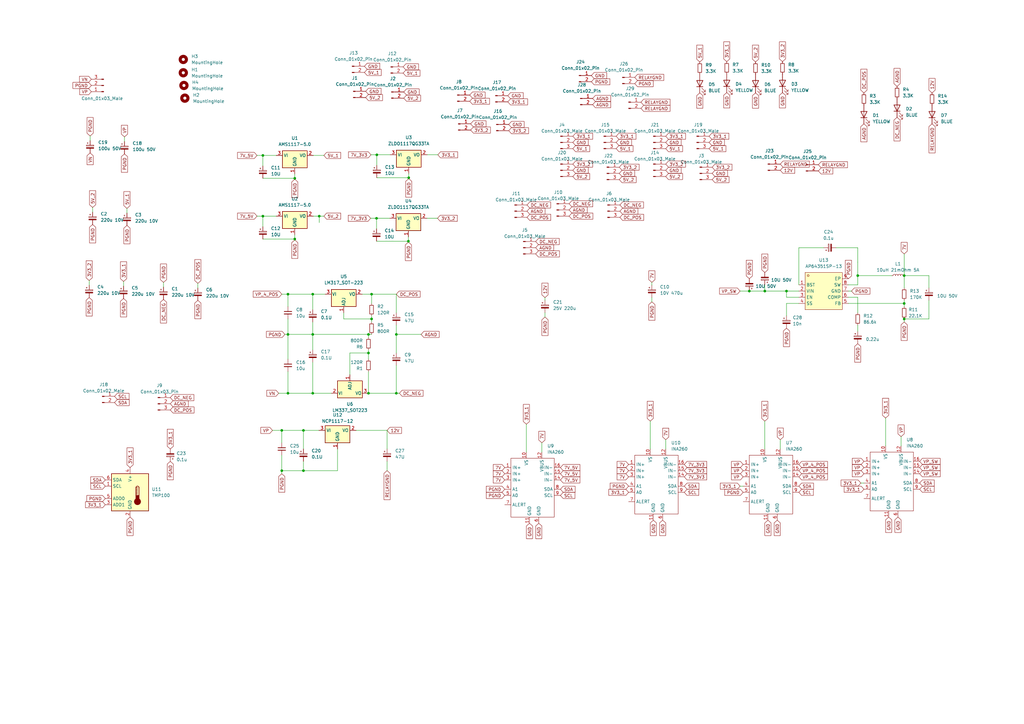
<source format=kicad_sch>
(kicad_sch (version 20231120) (generator "eeschema") (generator_version "8.0")
  (paper "A3")
  (junction (at 313.69 119.38))
  (junction (at 370.84 130.81))
  (junction (at 118.11 161.29))
  (junction (at 152.4 130.81))
  (junction (at 370.84 113.03))
  (junction (at 151.13 144.78))
  (junction (at 154.559 63.5))
  (junction (at 115.57 176.53))
  (junction (at 152.4 120.65))
  (junction (at 370.84 124.46))
  (junction (at 130.937 88.646))
  (junction (at 151.13 137.16))
  (junction (at 128.27 120.65))
  (junction (at 154.432 89.535))
  (junction (at 351.79 113.03))
  (junction (at 162.56 137.16))
  (junction (at 167.513 98.933))
  (junction (at 128.27 161.29))
  (junction (at 124.46 176.53))
  (junction (at 107.823 88.646))
  (junction (at 167.64 72.898))
  (junction (at 118.11 120.65))
  (junction (at 151.13 161.29))
  (junction (at 162.56 161.29))
  (junction (at 322.58 119.38))
  (junction (at 115.57 193.04))
  (junction (at 128.27 137.16))
  (junction (at 307.34 119.38))
  (junction (at 124.46 193.04))
  (junction (at 120.904 98.044))
  (junction (at 118.11 137.16))
  (junction (at 120.904 73.152))
  (junction (at 107.823 63.754))
  (wire (pts (xy 107.823 88.646) (xy 113.284 88.646)))
  (wire (pts (xy 175.133 89.535) (xy 179.451 89.535)))
  (wire (pts (xy 130.937 88.646) (xy 128.524 88.646)))
  (wire (pts (xy 322.58 119.38) (xy 327.66 119.38)))
  (wire (pts (xy 124.46 176.53) (xy 130.81 176.53)))
  (wire (pts (xy 118.11 137.16) (xy 128.27 137.16)))
  (wire (pts (xy 347.98 116.84) (xy 351.79 116.84)))
  (wire (pts (xy 118.11 147.32) (xy 118.11 137.16)))
  (wire (pts (xy 36.576 115.062) (xy 36.576 116.967)))
  (wire (pts (xy 124.46 184.15) (xy 124.46 176.53)))
  (wire (pts (xy 152.4 130.81) (xy 152.4 132.08)))
  (wire (pts (xy 152.4 129.54) (xy 152.4 130.81)))
  (wire (pts (xy 118.11 161.29) (xy 128.27 161.29)))
  (wire (pts (xy 351.8216 107.5565) (xy 351.8216 101.6)))
  (wire (pts (xy 167.513 99.314) (xy 167.513 98.933)))
  (wire (pts (xy 370.84 132.08) (xy 370.84 130.81)))
  (wire (pts (xy 120.904 73.533) (xy 120.904 73.152)))
  (wire (pts (xy 138.43 184.15) (xy 138.43 193.04)))
  (wire (pts (xy 146.05 176.53) (xy 158.75 176.53)))
  (wire (pts (xy 351.79 113.03) (xy 365.76 113.03)))
  (wire (pts (xy 351.79 133.35) (xy 351.79 135.89)))
  (wire (pts (xy 167.513 98.933) (xy 167.513 97.155)))
  (wire (pts (xy 107.823 63.754) (xy 113.284 63.754)))
  (wire (pts (xy 36.957 55.753) (xy 36.957 57.658)))
  (wire (pts (xy 37.973 85.09) (xy 37.973 86.995)))
  (wire (pts (xy 115.57 193.04) (xy 124.46 193.04)))
  (wire (pts (xy 158.75 189.23) (xy 158.75 193.04)))
  (wire (pts (xy 313.69 119.38) (xy 322.58 119.38)))
  (wire (pts (xy 154.432 98.933) (xy 167.513 98.933)))
  (wire (pts (xy 107.823 98.044) (xy 120.904 98.044)))
  (wire (pts (xy 175.26 63.5) (xy 179.578 63.5)))
  (wire (pts (xy 162.56 161.29) (xy 163.83 161.29)))
  (wire (pts (xy 120.904 73.152) (xy 120.904 71.374)))
  (wire (pts (xy 154.559 72.898) (xy 167.64 72.898)))
  (wire (pts (xy 347.98 124.46) (xy 370.84 124.46)))
  (wire (pts (xy 67.056 115.824) (xy 67.056 117.729)))
  (wire (pts (xy 111.76 176.53) (xy 115.57 176.53)))
  (wire (pts (xy 162.56 161.29) (xy 162.56 149.86)))
  (wire (pts (xy 351.79 107.5565) (xy 351.8216 107.5565)))
  (wire (pts (xy 120.904 98.044) (xy 120.904 96.266)))
  (wire (pts (xy 151.13 152.4) (xy 151.13 161.29)))
  (wire (pts (xy 152.019 89.535) (xy 154.432 89.535)))
  (wire (pts (xy 267.3655 115.8059) (xy 267.3655 116.9489)))
  (wire (pts (xy 116.84 137.16) (xy 118.11 137.16)))
  (wire (pts (xy 154.559 63.5) (xy 160.02 63.5)))
  (wire (pts (xy 128.27 161.29) (xy 135.89 161.29)))
  (wire (pts (xy 162.56 128.27) (xy 162.56 120.65)))
  (wire (pts (xy 215.9 173.99) (xy 215.9 185.42)))
  (wire (pts (xy 266.7 172.72) (xy 266.7 184.15)))
  (wire (pts (xy 140.97 128.27) (xy 140.97 130.81)))
  (wire (pts (xy 128.27 120.65) (xy 133.35 120.65)))
  (wire (pts (xy 118.11 152.4) (xy 118.11 161.29)))
  (wire (pts (xy 369.57 179.07) (xy 369.57 182.88)))
  (wire (pts (xy 118.11 130.81) (xy 118.11 137.16)))
  (wire (pts (xy 322.58 129.54) (xy 322.58 124.46)))
  (wire (pts (xy 143.51 144.78) (xy 151.13 144.78)))
  (wire (pts (xy 107.823 68.072) (xy 107.823 63.754)))
  (wire (pts (xy 128.27 127) (xy 128.27 120.65)))
  (wire (pts (xy 353.06 198.12) (xy 354.33 198.12)))
  (wire (pts (xy 162.56 133.35) (xy 162.56 137.16)))
  (wire (pts (xy 132.842 88.646) (xy 130.937 88.646)))
  (wire (pts (xy 347.98 119.38) (xy 349.25 119.38)))
  (wire (pts (xy 143.51 153.67) (xy 143.51 144.78)))
  (wire (pts (xy 128.27 137.16) (xy 128.27 132.08)))
  (wire (pts (xy 158.75 184.15) (xy 158.75 176.53)))
  (wire (pts (xy 152.4 120.65) (xy 152.4 124.46)))
  (wire (pts (xy 81.153 116.205) (xy 81.153 118.11)))
  (wire (pts (xy 327.66 101.6) (xy 337.82 101.6)))
  (wire (pts (xy 107.823 92.964) (xy 107.823 88.646)))
  (wire (pts (xy 105.41 88.646) (xy 107.823 88.646)))
  (wire (pts (xy 128.27 148.59) (xy 128.27 161.29)))
  (wire (pts (xy 152.4 120.65) (xy 162.56 120.65)))
  (wire (pts (xy 50.673 115.443) (xy 50.673 117.348)))
  (wire (pts (xy 370.84 125.73) (xy 370.84 124.46)))
  (wire (pts (xy 115.57 176.53) (xy 124.46 176.53)))
  (wire (pts (xy 151.13 147.32) (xy 151.13 144.78)))
  (wire (pts (xy 370.84 104.14) (xy 370.84 113.03)))
  (wire (pts (xy 370.84 113.03) (xy 370.84 118.11)))
  (wire (pts (xy 322.58 124.46) (xy 327.66 124.46)))
  (wire (pts (xy 307.34 119.38) (xy 313.69 119.38)))
  (wire (pts (xy 222.25 181.61) (xy 222.25 185.42)))
  (wire (pts (xy 151.13 161.29) (xy 162.56 161.29)))
  (wire (pts (xy 327.66 121.92) (xy 322.58 121.92)))
  (wire (pts (xy 154.432 93.853) (xy 154.432 89.535)))
  (wire (pts (xy 303.53 199.39) (xy 304.8 199.39)))
  (wire (pts (xy 320.04 180.34) (xy 320.04 184.15)))
  (wire (pts (xy 347.98 121.92) (xy 351.79 121.92)))
  (wire (pts (xy 151.13 144.78) (xy 151.13 143.51)))
  (wire (pts (xy 115.57 120.65) (xy 118.11 120.65)))
  (wire (pts (xy 381 130.81) (xy 370.84 130.81)))
  (wire (pts (xy 148.59 120.65) (xy 152.4 120.65)))
  (wire (pts (xy 273.05 180.34) (xy 273.05 184.15)))
  (wire (pts (xy 370.84 124.46) (xy 370.84 123.19)))
  (wire (pts (xy 115.57 181.61) (xy 115.57 176.53)))
  (wire (pts (xy 223.52 130.048) (xy 223.52 128.27)))
  (wire (pts (xy 124.46 193.04) (xy 124.46 189.23)))
  (wire (pts (xy 107.823 73.152) (xy 120.904 73.152)))
  (wire (pts (xy 363.22 171.45) (xy 363.22 182.88)))
  (wire (pts (xy 351.79 116.84) (xy 351.79 113.03)))
  (wire (pts (xy 105.41 63.754) (xy 107.823 63.754)))
  (wire (pts (xy 162.56 144.78) (xy 162.56 137.16)))
  (wire (pts (xy 327.66 101.6) (xy 327.66 116.84)))
  (wire (pts (xy 267.3655 123.8069) (xy 267.3655 122.0289)))
  (wire (pts (xy 124.46 193.04) (xy 138.43 193.04)))
  (wire (pts (xy 118.11 125.73) (xy 118.11 120.65)))
  (wire (pts (xy 223.52 122.047) (xy 223.52 123.19)))
  (wire (pts (xy 351.8216 101.6) (xy 342.9 101.6)))
  (wire (pts (xy 118.11 120.65) (xy 128.27 120.65)))
  (wire (pts (xy 151.13 137.16) (xy 152.4 137.16)))
  (wire (pts (xy 322.58 119.38) (xy 322.58 121.92)))
  (wire (pts (xy 140.97 130.81) (xy 152.4 130.81)))
  (wire (pts (xy 152.146 63.5) (xy 154.559 63.5)))
  (wire (pts (xy 351.79 121.92) (xy 351.79 128.27)))
  (wire (pts (xy 120.904 98.425) (xy 120.904 98.044)))
  (wire (pts (xy 167.64 73.279) (xy 167.64 72.898)))
  (wire (pts (xy 154.559 67.818) (xy 154.559 63.5)))
  (wire (pts (xy 351.79 113.03) (xy 351.79 107.5565)))
  (wire (pts (xy 381 113.03) (xy 381 118.11)))
  (wire (pts (xy 128.524 63.754) (xy 132.842 63.754)))
  (wire (pts (xy 303.53 119.38) (xy 307.34 119.38)))
  (wire (pts (xy 151.13 137.16) (xy 151.13 138.43)))
  (wire (pts (xy 115.57 193.04) (xy 115.57 194.31)))
  (wire (pts (xy 313.69 172.72) (xy 313.69 184.15)))
  (wire (pts (xy 130.937 91.313) (xy 130.937 88.646)))
  (wire (pts (xy 115.57 186.69) (xy 115.57 193.04)))
  (wire (pts (xy 128.27 143.51) (xy 128.27 137.16)))
  (wire (pts (xy 51.054 56.134) (xy 51.054 58.039)))
  (wire (pts (xy 167.64 72.898) (xy 167.64 71.12)))
  (wire (pts (xy 128.27 137.16) (xy 151.13 137.16)))
  (wire (pts (xy 114.3 161.29) (xy 118.11 161.29)))
  (wire (pts (xy 313.69 116.84) (xy 313.69 119.38)))
  (wire (pts (xy 381 123.19) (xy 381 130.81)))
  (wire (pts (xy 370.84 113.03) (xy 381 113.03)))
  (wire (pts (xy 172.72 137.16) (xy 162.56 137.16)))
  (wire (pts (xy 52.07 85.471) (xy 52.07 87.376)))
  (wire (pts (xy 154.432 89.535) (xy 159.893 89.535)))
  (global_label "3V3_1" (shape input) (at 353.06 198.12 180) (property "Intersheetrefs" "${INTERSHEET_REFS}" (effects (hide yes))))
  (global_label "5V_2" (shape input) (at 273.05 72.39 0) (property "Intersheetrefs" "${INTERSHEET_REFS}" (effects (hide yes))))
  (global_label "PGND" (shape input) (at 207.01 203.2 180) (property "Intersheetrefs" "${INTERSHEET_REFS}" (effects (hide yes))))
  (global_label "GND" (shape input) (at 298.069 37.973 270) (property "Intersheetrefs" "${INTERSHEET_REFS}" (effects (hide yes))))
  (global_label "GND" (shape input) (at 273.05 58.42 0) (property "Intersheetrefs" "${INTERSHEET_REFS}" (effects (hide yes))))
  (global_label "VP" (shape input) (at 354.33 189.23 180) (property "Intersheetrefs" "${INTERSHEET_REFS}" (effects (hide yes))))
  (global_label "7V_5V" (shape input) (at 105.41 63.754 180) (property "Intersheetrefs" "${INTERSHEET_REFS}" (effects (hide yes))))
  (global_label "SDA" (shape input) (at 280.67 199.39 0) (property "Intersheetrefs" "${INTERSHEET_REFS}" (effects (hide yes))))
  (global_label "SCL" (shape input) (at 46.99 162.56 0) (property "Intersheetrefs" "${INTERSHEET_REFS}" (effects (hide yes))))
  (global_label "DC_NEG" (shape input) (at 254.254 84.074 0) (property "Intersheetrefs" "${INTERSHEET_REFS}" (effects (hide yes))))
  (global_label "AGND" (shape input) (at 233.426 86.106 0) (property "Intersheetrefs" "${INTERSHEET_REFS}" (effects (hide yes))))
  (global_label "GND" (shape input) (at 242.57 30.988 0) (property "Intersheetrefs" "${INTERSHEET_REFS}" (effects (hide yes))))
  (global_label "5V_2" (shape input) (at 165.608 40.259 0) (property "Intersheetrefs" "${INTERSHEET_REFS}" (effects (hide yes))))
  (global_label "GND" (shape input) (at 273.05 69.85 0) (property "Intersheetrefs" "${INTERSHEET_REFS}" (effects (hide yes))))
  (global_label "SDA" (shape input) (at 377.19 198.12 0) (property "Intersheetrefs" "${INTERSHEET_REFS}" (effects (hide yes))))
  (global_label "PGND" (shape input) (at 36.576 122.047 270) (property "Intersheetrefs" "${INTERSHEET_REFS}" (effects (hide yes))))
  (global_label "VP" (shape input) (at 37.465 37.592 180) (property "Intersheetrefs" "${INTERSHEET_REFS}" (effects (hide yes))))
  (global_label "GND" (shape input) (at 165.608 37.719 0) (property "Intersheetrefs" "${INTERSHEET_REFS}" (effects (hide yes))))
  (global_label "DC_NEG" (shape input) (at 219.71 99.06 0) (property "Intersheetrefs" "${INTERSHEET_REFS}" (effects (hide yes))))
  (global_label "3V3_2" (shape input) (at 234.95 67.31 0) (property "Intersheetrefs" "${INTERSHEET_REFS}" (effects (hide yes))))
  (global_label "VN" (shape input) (at 114.3 161.29 180) (property "Intersheetrefs" "${INTERSHEET_REFS}" (effects (hide yes))))
  (global_label "GND" (shape input) (at 252.73 58.42 0) (property "Intersheetrefs" "${INTERSHEET_REFS}" (effects (hide yes))))
  (global_label "VP_SW" (shape input) (at 377.19 194.31 0) (property "Intersheetrefs" "${INTERSHEET_REFS}" (effects (hide yes))))
  (global_label "GND" (shape input) (at 165.354 27.432 0) (property "Intersheetrefs" "${INTERSHEET_REFS}" (effects (hide yes))))
  (global_label "3V3_1" (shape input) (at 234.95 55.88 0) (property "Intersheetrefs" "${INTERSHEET_REFS}" (effects (hide yes))))
  (global_label "3V3_2" (shape input) (at 193.04 53.34 0) (property "Intersheetrefs" "${INTERSHEET_REFS}" (effects (hide yes))))
  (global_label "RELAYGND" (shape input) (at 382.27 50.8 270) (property "Intersheetrefs" "${INTERSHEET_REFS}" (effects (hide yes))))
  (global_label "GND" (shape input) (at 271.78 213.36 270) (property "Intersheetrefs" "${INTERSHEET_REFS}" (effects (hide yes))))
  (global_label "3V3_2" (shape input) (at 254 68.58 0) (property "Intersheetrefs" "${INTERSHEET_REFS}" (effects (hide yes))))
  (global_label "GND" (shape input) (at 318.77 213.36 270) (property "Intersheetrefs" "${INTERSHEET_REFS}" (effects (hide yes))))
  (global_label "7V_5V" (shape input) (at 229.87 191.77 0) (property "Intersheetrefs" "${INTERSHEET_REFS}" (effects (hide yes))))
  (global_label "VP_4_POS" (shape input) (at 115.57 120.65 180) (property "Intersheetrefs" "${INTERSHEET_REFS}" (effects (hide yes))))
  (global_label "AGND" (shape input) (at 219.71 101.6 0) (property "Intersheetrefs" "${INTERSHEET_REFS}" (effects (hide yes))))
  (global_label "PGND" (shape input) (at 167.64 73.279 270) (property "Intersheetrefs" "${INTERSHEET_REFS}" (effects (hide yes))))
  (global_label "PGND" (shape input) (at 50.673 122.428 270) (property "Intersheetrefs" "${INTERSHEET_REFS}" (effects (hide yes))))
  (global_label "PGND" (shape input) (at 69.85 189.23 270) (property "Intersheetrefs" "${INTERSHEET_REFS}" (effects (hide yes))))
  (global_label "3V3_2" (shape input) (at 36.576 115.062 90) (property "Intersheetrefs" "${INTERSHEET_REFS}" (effects (hide yes))))
  (global_label "AGND" (shape input) (at 172.72 137.16 0) (property "Intersheetrefs" "${INTERSHEET_REFS}" (effects (hide yes))))
  (global_label "SDA" (shape input) (at 327.66 199.39 0) (property "Intersheetrefs" "${INTERSHEET_REFS}" (effects (hide yes))))
  (global_label "5V_1" (shape input) (at 165.354 29.972 0) (property "Intersheetrefs" "${INTERSHEET_REFS}" (effects (hide yes))))
  (global_label "RELAYGND" (shape input) (at 320.04 67.31 0) (property "Intersheetrefs" "${INTERSHEET_REFS}" (effects (hide yes))))
  (global_label "VP" (shape input) (at 320.04 180.34 90) (property "Intersheetrefs" "${INTERSHEET_REFS}" (effects (hide yes))))
  (global_label "GND" (shape input) (at 314.96 213.36 270) (property "Intersheetrefs" "${INTERSHEET_REFS}" (effects (hide yes))))
  (global_label "DC_NEG" (shape input) (at 233.426 83.566 0) (property "Intersheetrefs" "${INTERSHEET_REFS}" (effects (hide yes))))
  (global_label "GND" (shape input) (at 192.659 38.989 0) (property "Intersheetrefs" "${INTERSHEET_REFS}" (effects (hide yes))))
  (global_label "RELAYGND" (shape input) (at 262.89 44.45 0) (property "Intersheetrefs" "${INTERSHEET_REFS}" (effects (hide yes))))
  (global_label "3V3_1" (shape input) (at 257.81 201.93 180) (property "Intersheetrefs" "${INTERSHEET_REFS}" (effects (hide yes))))
  (global_label "7V" (shape input) (at 273.05 180.34 90) (property "Intersheetrefs" "${INTERSHEET_REFS}" (effects (hide yes))))
  (global_label "3V3_1" (shape input) (at 298.069 25.273 90) (property "Intersheetrefs" "${INTERSHEET_REFS}" (effects (hide yes))))
  (global_label "5V_2" (shape input) (at 254 73.66 0) (property "Intersheetrefs" "${INTERSHEET_REFS}" (effects (hide yes))))
  (global_label "SDA" (shape input) (at 229.87 200.66 0) (property "Intersheetrefs" "${INTERSHEET_REFS}" (effects (hide yes))))
  (global_label "5V_1" (shape input) (at 252.73 60.96 0) (property "Intersheetrefs" "${INTERSHEET_REFS}" (effects (hide yes))))
  (global_label "GND" (shape input) (at 234.95 58.42 0) (property "Intersheetrefs" "${INTERSHEET_REFS}" (effects (hide yes))))
  (global_label "PGND" (shape input) (at 313.69 111.76 90) (property "Intersheetrefs" "${INTERSHEET_REFS}" (effects (hide yes))))
  (global_label "SDA" (shape input) (at 43.18 196.85 180) (property "Intersheetrefs" "${INTERSHEET_REFS}" (effects (hide yes))))
  (global_label "AGND" (shape input) (at 243.078 42.926 0) (property "Intersheetrefs" "${INTERSHEET_REFS}" (effects (hide yes))))
  (global_label "AGND" (shape input) (at 243.078 40.386 0) (property "Intersheetrefs" "${INTERSHEET_REFS}" (effects (hide yes))))
  (global_label "GND" (shape input) (at 368.3 212.09 270) (property "Intersheetrefs" "${INTERSHEET_REFS}" (effects (hide yes))))
  (global_label "DC_POS" (shape input) (at 254.254 89.154 0) (property "Intersheetrefs" "${INTERSHEET_REFS}" (effects (hide yes))))
  (global_label "7V_3V3" (shape input) (at 280.67 190.5 0) (property "Intersheetrefs" "${INTERSHEET_REFS}" (effects (hide yes))))
  (global_label "12V" (shape input) (at 382.27 38.1 90) (property "Intersheetrefs" "${INTERSHEET_REFS}" (effects (hide yes))))
  (global_label "VN" (shape input) (at 36.957 62.738 270) (property "Intersheetrefs" "${INTERSHEET_REFS}" (effects (hide yes))))
  (global_label "PGND" (shape input) (at 43.18 204.47 180) (property "Intersheetrefs" "${INTERSHEET_REFS}" (effects (hide yes))))
  (global_label "12V" (shape input) (at 320.04 69.85 0) (property "Intersheetrefs" "${INTERSHEET_REFS}" (effects (hide yes))))
  (global_label "VP_4_POS" (shape input) (at 327.66 195.58 0) (property "Intersheetrefs" "${INTERSHEET_REFS}" (effects (hide yes))))
  (global_label "7V_3V3" (shape input) (at 280.67 195.58 0) (property "Intersheetrefs" "${INTERSHEET_REFS}" (effects (hide yes))))
  (global_label "7V" (shape input) (at 207.01 191.77 180) (property "Intersheetrefs" "${INTERSHEET_REFS}" (effects (hide yes))))
  (global_label "GND" (shape input) (at 292.1 71.12 0) (property "Intersheetrefs" "${INTERSHEET_REFS}" (effects (hide yes))))
  (global_label "3V3_2" (shape input) (at 179.451 89.535 0) (property "Intersheetrefs" "${INTERSHEET_REFS}" (effects (hide yes))))
  (global_label "VP" (shape input) (at 354.33 191.77 180) (property "Intersheetrefs" "${INTERSHEET_REFS}" (effects (hide yes))))
  (global_label "PGND" (shape input) (at 167.513 99.314 270) (property "Intersheetrefs" "${INTERSHEET_REFS}" (effects (hide yes))))
  (global_label "VP_4_POS" (shape input) (at 327.66 193.04 0) (property "Intersheetrefs" "${INTERSHEET_REFS}" (effects (hide yes))))
  (global_label "3V3_1" (shape input) (at 215.9 173.99 90) (property "Intersheetrefs" "${INTERSHEET_REFS}" (effects (hide yes))))
  (global_label "VP_SW" (shape input) (at 303.53 119.38 180) (property "Intersheetrefs" "${INTERSHEET_REFS}" (effects (hide yes))))
  (global_label "5V_1" (shape input) (at 287.02 25.4 90) (property "Intersheetrefs" "${INTERSHEET_REFS}" (effects (hide yes))))
  (global_label "3V3_2" (shape input) (at 292.1 68.58 0) (property "Intersheetrefs" "${INTERSHEET_REFS}" (effects (hide yes))))
  (global_label "VP" (shape input) (at 304.8 193.04 180) (property "Intersheetrefs" "${INTERSHEET_REFS}" (effects (hide yes))))
  (global_label "DC_POS" (shape input) (at 81.153 116.205 90) (property "Intersheetrefs" "${INTERSHEET_REFS}" (effects (hide yes))))
  (global_label "DC_POS" (shape input) (at 354.33 38.1 90) (property "Intersheetrefs" "${INTERSHEET_REFS}" (effects (hide yes))))
  (global_label "PGND" (shape input) (at 52.07 92.456 270) (property "Intersheetrefs" "${INTERSHEET_REFS}" (effects (hide yes))))
  (global_label "DC_NEG" (shape input) (at 69.85 163.068 0) (property "Intersheetrefs" "${INTERSHEET_REFS}" (effects (hide yes))))
  (global_label "5V_1" (shape input) (at 234.95 60.96 0) (property "Intersheetrefs" "${INTERSHEET_REFS}" (effects (hide yes))))
  (global_label "PGND" (shape input) (at 267.3655 123.8069 270) (property "Intersheetrefs" "${INTERSHEET_REFS}" (effects (hide yes))))
  (global_label "PGND" (shape input) (at 53.34 212.09 270) (property "Intersheetrefs" "${INTERSHEET_REFS}" (effects (hide yes))))
  (global_label "7V" (shape input) (at 257.81 190.5 180) (property "Intersheetrefs" "${INTERSHEET_REFS}" (effects (hide yes))))
  (global_label "GND" (shape input) (at 208.661 51.054 0) (property "Intersheetrefs" "${INTERSHEET_REFS}" (effects (hide yes))))
  (global_label "GND" (shape input) (at 287.02 38.1 270) (property "Intersheetrefs" "${INTERSHEET_REFS}" (effects (hide yes))))
  (global_label "RELAYGND" (shape input) (at 260.35 31.75 0) (property "Intersheetrefs" "${INTERSHEET_REFS}" (effects (hide yes))))
  (global_label "7V" (shape input) (at 257.81 193.04 180) (property "Intersheetrefs" "${INTERSHEET_REFS}" (effects (hide yes))))
  (global_label "AGND" (shape input) (at 69.85 165.608 0) (property "Intersheetrefs" "${INTERSHEET_REFS}" (effects (hide yes))))
  (global_label "5V_2" (shape input) (at 309.88 25.4 90) (property "Intersheetrefs" "${INTERSHEET_REFS}" (effects (hide yes))))
  (global_label "5V_2" (shape input) (at 37.973 85.09 90) (property "Intersheetrefs" "${INTERSHEET_REFS}" (effects (hide yes))))
  (global_label "DC_POS" (shape input) (at 216.154 89.154 0) (property "Intersheetrefs" "${INTERSHEET_REFS}" (effects (hide yes))))
  (global_label "AGND" (shape input) (at 216.154 86.614 0) (property "Intersheetrefs" "${INTERSHEET_REFS}" (effects (hide yes))))
  (global_label "5V_1" (shape input) (at 290.83 60.96 0) (property "Intersheetrefs" "${INTERSHEET_REFS}" (effects (hide yes))))
  (global_label "7V" (shape input) (at 257.81 195.58 180) (property "Intersheetrefs" "${INTERSHEET_REFS}" (effects (hide yes))))
  (global_label "12V" (shape input) (at 158.75 176.53 0) (property "Intersheetrefs" "${INTERSHEET_REFS}" (effects (hide yes))))
  (global_label "12V" (shape input) (at 335.661 70.104 0) (property "Intersheetrefs" "${INTERSHEET_REFS}" (effects (hide yes))))
  (global_label "PGND" (shape input) (at 67.056 115.824 90) (property "Intersheetrefs" "${INTERSHEET_REFS}" (effects (hide yes))))
  (global_label "GND" (shape input) (at 217.17 214.63 270) (property "Intersheetrefs" "${INTERSHEET_REFS}" (effects (hide yes))))
  (global_label "5V_2" (shape input) (at 234.95 72.39 0) (property "Intersheetrefs" "${INTERSHEET_REFS}" (effects (hide yes))))
  (global_label "GND" (shape input) (at 149.479 27.178 0) (property "Intersheetrefs" "${INTERSHEET_REFS}" (effects (hide yes))))
  (global_label "5V_1" (shape input) (at 132.842 63.754 0) (property "Intersheetrefs" "${INTERSHEET_REFS}" (effects (hide yes))))
  (global_label "DC_NEG" (shape input) (at 67.056 122.809 270) (property "Intersheetrefs" "${INTERSHEET_REFS}" (effects (hide yes))))
  (global_label "VN" (shape input) (at 37.465 32.512 180) (property "Intersheetrefs" "${INTERSHEET_REFS}" (effects (hide yes))))
  (global_label "GND" (shape input) (at 320.929 37.973 270) (property "Intersheetrefs" "${INTERSHEET_REFS}" (effects (hide yes))))
  (global_label "3V3_1" (shape input) (at 179.578 63.5 0) (property "Intersheetrefs" "${INTERSHEET_REFS}" (effects (hide yes))))
  (global_label "PGND" (shape input) (at 242.57 33.528 0) (property "Intersheetrefs" "${INTERSHEET_REFS}" (effects (hide yes))))
  (global_label "VP" (shape input) (at 304.8 195.58 180) (property "Intersheetrefs" "${INTERSHEET_REFS}" (effects (hide yes))))
  (global_label "3V3_1" (shape input) (at 69.85 184.15 90) (property "Intersheetrefs" "${INTERSHEET_REFS}" (effects (hide yes))))
  (global_label "PGND" (shape input) (at 304.8 201.93 180) (property "Intersheetrefs" "${INTERSHEET_REFS}" (effects (hide yes))))
  (global_label "3V3_1" (shape input) (at 53.34 191.77 90) (property "Intersheetrefs" "${INTERSHEET_REFS}" (effects (hide yes))))
  (global_label "GND" (shape input) (at 193.04 50.8 0) (property "Intersheetrefs" "${INTERSHEET_REFS}" (effects (hide yes))))
  (global_label "DC_POS" (shape input) (at 219.71 104.14 0) (property "Intersheetrefs" "${INTERSHEET_REFS}" (effects (hide yes))))
  (global_label "5V_2" (shape input) (at 132.842 88.646 0) (property "Intersheetrefs" "${INTERSHEET_REFS}" (effects (hide yes))))
  (global_label "3V3_2" (shape input) (at 208.661 53.594 0) (property "Intersheetrefs" "${INTERSHEET_REFS}" (effects (hide yes))))
  (global_label "PGND" (shape input) (at 260.35 34.29 0) (property "Intersheetrefs" "${INTERSHEET_REFS}" (effects (hide yes))))
  (global_label "GND" (shape input) (at 220.98 214.63 270) (property "Intersheetrefs" "${INTERSHEET_REFS}" (effects (hide yes))))
  (global_label "3V3_1" (shape input) (at 50.673 115.443 90) (property "Intersheetrefs" "${INTERSHEET_REFS}" (effects (hide yes))))
  (global_label "DC_POS" (shape input) (at 233.426 88.646 0) (property "Intersheetrefs" "${INTERSHEET_REFS}" (effects (hide yes))))
  (global_label "PGND" (shape input) (at 223.52 130.048 270) (property "Intersheetrefs" "${INTERSHEET_REFS}" (effects (hide yes))))
  (global_label "DC_NEG" (shape input) (at 216.154 84.074 0) (property "Intersheetrefs" "${INTERSHEET_REFS}" (effects (hide yes))))
  (global_label "DC_POS" (shape input) (at 162.56 120.65 0) (property "Intersheetrefs" "${INTERSHEET_REFS}" (effects (hide yes))))
  (global_label "3V3_1" (shape input) (at 363.22 171.45 90) (property "Intersheetrefs" "${INTERSHEET_REFS}" (effects (hide yes))))
  (global_label "SCL" (shape input) (at 280.67 201.93 0) (property "Intersheetrefs" "${INTERSHEET_REFS}" (effects (hide yes))))
  (global_label "7V_3V3" (shape input) (at 152.019 89.535 180) (property "Intersheetrefs" "${INTERSHEET_REFS}" (effects (hide yes))))
  (global_label "RELAYGND" (shape input) (at 335.661 67.564 0) (property "Intersheetrefs" "${INTERSHEET_REFS}" (effects (hide yes))))
  (global_label "GND" (shape input) (at 254 71.12 0) (property "Intersheetrefs" "${INTERSHEET_REFS}" (effects (hide yes))))
  (global_label "SCL" (shape input) (at 327.66 201.93 0) (property "Intersheetrefs" "${INTERSHEET_REFS}" (effects (hide yes))))
  (global_label "7V" (shape input) (at 222.25 181.61 90) (property "Intersheetrefs" "${INTERSHEET_REFS}" (effects (hide yes))))
  (global_label "7V" (shape input) (at 267.3655 115.8059 90) (property "Intersheetrefs" "${INTERSHEET_REFS}" (effects (hide yes))))
  (global_label "SCL" (shape input) (at 229.87 203.2 0) (property "Intersheetrefs" "${INTERSHEET_REFS}" (effects (hide yes))))
  (global_label "7V_5V" (shape input) (at 229.87 196.85 0) (property "Intersheetrefs" "${INTERSHEET_REFS}" (effects (hide yes))))
  (global_label "3V3_1" (shape input) (at 43.18 207.01 180) (property "Intersheetrefs" "${INTERSHEET_REFS}" (effects (hide yes))))
  (global_label "5V_2" (shape input) (at 292.1 73.66 0) (property "Intersheetrefs" "${INTERSHEET_REFS}" (effects (hide yes))))
  (global_label "PGND" (shape input) (at 307.34 114.3 90) (property "Intersheetrefs" "${INTERSHEET_REFS}" (effects (hide yes))))
  (global_label "GND" (shape input) (at 208.28 39.243 0) (property "Intersheetrefs" "${INTERSHEET_REFS}" (effects (hide yes))))
  (global_label "VP" (shape input) (at 51.054 56.134 90) (property "Intersheetrefs" "${INTERSHEET_REFS}" (effects (hide yes))))
  (global_label "DC_NEG" (shape input) (at 163.83 161.29 0) (property "Intersheetrefs" "${INTERSHEET_REFS}" (effects (hide yes))))
  (global_label "GND" (shape input) (at 364.49 212.09 270) (property "Intersheetrefs" "${INTERSHEET_REFS}" (effects (hide yes))))
  (global_label "PGND" (shape input) (at 347.98 114.3 90) (property "Intersheetrefs" "${INTERSHEET_REFS}" (effects (hide yes))))
  (global_label "GND" (shape input) (at 309.88 38.1 270) (property "Intersheetrefs" "${INTERSHEET_REFS}" (effects (hide yes))))
  (global_label "DC_NEG" (shape input) (at 367.919 48.133 270) (property "Intersheetrefs" "${INTERSHEET_REFS}" (effects (hide yes))))
  (global_label "AGND" (shape input) (at 367.919 35.433 90) (property "Intersheetrefs" "${INTERSHEET_REFS}" (effects (hide yes))))
  (global_label "SDA" (shape input) (at 46.99 165.1 0) (property "Intersheetrefs" "${INTERSHEET_REFS}" (effects (hide yes))))
  (global_label "VP_SW" (shape input) (at 377.19 191.77 0) (property "Intersheetrefs" "${INTERSHEET_REFS}" (effects (hide yes))))
  (global_label "5V_1" (shape input) (at 149.479 29.718 0) (property "Intersheetrefs" "${INTERSHEET_REFS}" (effects (hide yes))))
  (global_label "PGND" (shape input) (at 37.973 92.075 270) (property "Intersheetrefs" "${INTERSHEET_REFS}" (effects (hide yes))))
  (global_label "VP_SW" (shape input) (at 377.19 189.23 0) (property "Intersheetrefs" "${INTERSHEET_REFS}" (effects (hide yes))))
  (global_label "AGND" (shape input) (at 254.254 86.614 0) (property "Intersheetrefs" "${INTERSHEET_REFS}" (effects (hide yes))))
  (global_label "7V" (shape input) (at 207.01 196.85 180) (property "Intersheetrefs" "${INTERSHEET_REFS}" (effects (hide yes))))
  (global_label "VP" (shape input) (at 369.57 179.07 90) (property "Intersheetrefs" "${INTERSHEET_REFS}" (effects (hide yes))))
  (global_label "PGND" (shape input) (at 349.25 119.38 0) (property "Intersheetrefs" "${INTERSHEET_REFS}" (effects (hide yes))))
  (global_label "7V" (shape input) (at 207.01 194.31 180) (property "Intersheetrefs" "${INTERSHEET_REFS}" (effects (hide yes))))
  (global_label "PGND" (shape input) (at 370.84 132.08 270) (property "Intersheetrefs" "${INTERSHEET_REFS}" (effects (hide yes))))
  (global_label "VP" (shape input) (at 111.76 176.53 180) (property "Intersheetrefs" "${INTERSHEET_REFS}" (effects (hide yes))))
  (global_label "SCL" (shape input) (at 377.19 200.66 0) (property "Intersheetrefs" "${INTERSHEET_REFS}" (effects (hide yes))))
  (global_label "3V3_1" (shape input) (at 354.33 200.66 180) (property "Intersheetrefs" "${INTERSHEET_REFS}" (effects (hide yes))))
  (global_label "PGND" (shape input) (at 36.957 55.753 90) (property "Intersheetrefs" "${INTERSHEET_REFS}" (effects (hide yes))))
  (global_label "PGND" (shape input) (at 120.904 98.425 270) (property "Intersheetrefs" "${INTERSHEET_REFS}" (effects (hide yes))))
  (global_label "5V_1" (shape input) (at 52.07 85.471 90) (property "Intersheetrefs" "${INTERSHEET_REFS}" (effects (hide yes))))
  (global_label "PGND" (shape input) (at 81.153 123.19 270) (property "Intersheetrefs" "${INTERSHEET_REFS}" (effects (hide yes))))
  (global_label "7V_3V3" (shape input) (at 280.67 193.04 0) (property "Intersheetrefs" "${INTERSHEET_REFS}" (effects (hide yes))))
  (global_label "3V3_1" (shape input) (at 290.83 55.88 0) (property "Intersheetrefs" "${INTERSHEET_REFS}" (effects (hide yes))))
  (global_label "VP" (shape input) (at 354.33 194.31 180) (property "Intersheetrefs" "${INTERSHEET_REFS}" (effects (hide yes))))
  (global_label "3V3_1" (shape input) (at 192.659 41.529 0) (property "Intersheetrefs" "${INTERSHEET_REFS}" (effects (hide yes))))
  (global_label "3V3_1" (shape input) (at 273.05 55.88 0) (property "Intersheetrefs" "${INTERSHEET_REFS}" (effects (hide yes))))
  (global_label "7V_5V" (shape input) (at 105.41 88.646 180) (property "Intersheetrefs" "${INTERSHEET_REFS}" (effects (hide yes))))
  (global_label "SCL" (shape input) (at 43.18 199.39 180) (property "Intersheetrefs" "${INTERSHEET_REFS}" (effects (hide yes))))
  (global_label "7V_5V" (shape input) (at 229.87 194.31 0) (property "Intersheetrefs" "${INTERSHEET_REFS}" (effects (hide yes))))
  (global_label "PGND" (shape input) (at 120.904 73.533 270) (property "Intersheetrefs" "${INTERSHEET_REFS}" (effects (hide yes))))
  (global_label "VP" (shape input) (at 304.8 190.5 180) (property "Intersheetrefs" "${INTERSHEET_REFS}" (effects (hide yes))))
  (global_label "VP_4_POS" (shape input) (at 327.66 190.5 0) (property "Intersheetrefs" "${INTERSHEET_REFS}" (effects (hide yes))))
  (global_label "GND" (shape input) (at 267.97 213.36 270) (property "Intersheetrefs" "${INTERSHEET_REFS}" (effects (hide yes))))
  (global_label "PGND" (shape input) (at 37.465 35.052 180) (property "Intersheetrefs" "${INTERSHEET_REFS}" (effects (hide yes))))
  (global_label "5V_1" (shape input) (at 273.05 60.96 0) (property "Intersheetrefs" "${INTERSHEET_REFS}" (effects (hide yes))))
  (global_label "PGND" (shape input) (at 257.81 199.39 180) (property "Intersheetrefs" "${INTERSHEET_REFS}" (effects (hide yes))))
  (global_label "PGND" (shape input) (at 351.79 140.97 270) (property "Intersheetrefs" "${INTERSHEET_REFS}" (effects (hide yes))))
  (global_label "PGND" (shape input) (at 51.054 63.119 270) (property "Intersheetrefs" "${INTERSHEET_REFS}" (effects (hide yes))))
  (global_label "3V3_1" (shape input) (at 208.28 41.783 0) (property "Intersheetrefs" "${INTERSHEET_REFS}" (effects (hide yes))))
  (global_label "3V3_2" (shape input) (at 273.05 67.31 0) (property "Intersheetrefs" "${INTERSHEET_REFS}" (effects (hide yes))))
  (global_label "3V3_2" (shape input) (at 320.929 25.273 90) (property "Intersheetrefs" "${INTERSHEET_REFS}" (effects (hide yes))))
  (global_label "PGND" (shape input) (at 115.57 194.31 270) (property "Intersheetrefs" "${INTERSHEET_REFS}" (effects (hide yes))))
  (global_label "DC_POS" (shape input) (at 69.85 168.148 0) (property "Intersheetrefs" "${INTERSHEET_REFS}" (effects (hide yes))))
  (global_label "PGND" (shape input) (at 322.58 134.62 270) (property "Intersheetrefs" "${INTERSHEET_REFS}" (effects (hide yes))))
  (global_label "RELAYGND" (shape input) (at 262.89 41.91 0) (property "Intersheetrefs" "${INTERSHEET_REFS}" (effects (hide yes))))
  (global_label "3V3_1" (shape input) (at 303.53 199.39 180) (property "Intersheetrefs" "${INTERSHEET_REFS}" (effects (hide yes))))
  (global_label "GND" (shape input) (at 234.95 69.85 0) (property "Intersheetrefs" "${INTERSHEET_REFS}" (effects (hide yes))))
  (global_label "GND" (shape input) (at 290.83 58.42 0) (property "Intersheetrefs" "${INTERSHEET_REFS}" (effects (hide yes))))
  (global_label "RELAYGND" (shape input) (at 158.75 193.04 270) (property "Intersheetrefs" "${INTERSHEET_REFS}" (effects (hide yes))))
  (global_label "PGND" (shape input) (at 116.84 137.16 180) (property "Intersheetrefs" "${INTERSHEET_REFS}" (effects (hide yes))))
  (global_label "3V3_1" (shape input) (at 252.73 55.88 0) (property "Intersheetrefs" "${INTERSHEET_REFS}" (effects (hide yes))))
  (global_label "7V_3V3" (shape input) (at 152.146 63.5 180) (property "Intersheetrefs" "${INTERSHEET_REFS}" (effects (hide yes))))
  (global_label "GND" (shape input) (at 149.987 37.465 0) (property "Intersheetrefs" "${INTERSHEET_REFS}" (effects (hide yes))))
  (global_label "7V" (shape input) (at 370.84 104.14 90) (property "Intersheetrefs" "${INTERSHEET_REFS}" (effects (hide yes))))
  (global_label "5V_2" (shape input) (at 149.987 40.005 0) (property "Intersheetrefs" "${INTERSHEET_REFS}" (effects (hide yes))))
  (global_label "3V3_1" (shape input) (at 266.7 172.72 90) (property "Intersheetrefs" "${INTERSHEET_REFS}" (effects (hide yes))))
  (global_label "AGND" (shape input) (at 354.33 50.8 270) (property "Intersheetrefs" "${INTERSHEET_REFS}" (effects (hide yes))))
  (global_label "3V3_1" (shape input) (at 313.69 172.72 90) (property "Intersheetrefs" "${INTERSHEET_REFS}" (effects (hide yes))))
  (global_label "PGND" (shape input) (at 207.01 200.66 180) (property "Intersheetrefs" "${INTERSHEET_REFS}" (effects (hide yes))))
  (global_label "12V" (shape input) (at 223.52 122.047 90) (property "Intersheetrefs" "${INTERSHEET_REFS}" (effects (hide yes))))
  (symbol (lib_id "Device:C_Polarized_Small") (at 67.056 120.269 0) (unit 1)
    (property "Reference" "C1" (at 70.358 118.4528 0) (effects (justify left)))
    (property "Value" "220u 10V" (at 70.358 120.9928 0) (effects (justify left)))
    (property "Footprint" "Capacitor_THT:CP_Radial_D6.3mm_P2.50mm" (effects (hide yes)))
  )
  (symbol (lib_id "Connector:Conn_01x03_Male") (at 249.174 86.614 0) (unit 1)
    (property "Reference" "J6" (at 249.809 79.375 0))
    (property "Value" "Conn_01x03_Male" (at 249.809 81.915 0))
    (property "Footprint" "Connector_JST:JST_PH_B3B-PH-K_1x03_P2.00mm_Vertical" (effects (hide yes)))
  )
  (symbol (lib_id "Regulator_Linear:LM317_SOT-223") (at 140.97 120.65 0) (unit 1)
    (property "Reference" "U5" (at 140.97 113.411 0))
    (property "Value" "LM317_SOT-223" (at 140.97 115.951 0))
    (property "Footprint" "Package_TO_SOT_SMD:SOT-223-3_TabPin2" (effects (hide yes)))
    (property "Datasheet" "http://www.ti.com/lit/ds/symlink/lm317.pdf" (effects (hide yes)))
    (property "Mouser" "595-LM317DCY" (effects (hide yes)))
  )
  (symbol (lib_id "Device:LED") (at 320.929 34.163 90) (unit 1)
    (property "Reference" "D3" (at 324.485 34.4804 90) (effects (justify right)))
    (property "Value" "YELLOW" (at 324.485 37.0204 90) (effects (justify right)))
    (property "Footprint" "LED_SMD:LED_0805_2012Metric_Pad1.15x1.40mm_HandSolder" (effects (hide yes)))
  )
  (symbol (lib_id "Mechanical:MountingHole") (at 75.184 24.384 0) (unit 1)
    (property "Reference" "H3" (at 78.486 23.1139 0) (effects (justify left)))
    (property "Value" "MountingHole" (at 78.486 25.6539 0) (effects (justify left)))
    (property "Footprint" "MountingHole:MountingHole_3.2mm_M3_DIN965_Pad_TopOnly" (effects (hide yes)))
  )
  (symbol (lib_id "Device:LED") (at 367.919 44.323 90) (unit 1)
    (property "Reference" "D2" (at 371.475 44.6404 90) (effects (justify right)))
    (property "Value" "BLUE" (at 371.475 47.1804 90) (effects (justify right)))
    (property "Footprint" "LED_SMD:LED_0603_1608Metric" (effects (hide yes)))
  )
  (symbol (lib_id "Connector:Conn_01x02_Pin") (at 255.27 31.75 0) (unit 1)
    (property "Reference" "J26" (at 255.905 26.162 0))
    (property "Value" "Conn_01x02_Pin" (at 255.905 28.702 0))
    (property "Footprint" "Connector_PinHeader_2.54mm:PinHeader_1x02_P2.54mm_Vertical" (effects (hide yes)))
  )
  (symbol (lib_id "Connector:Conn_01x02_Pin") (at 144.907 37.465 0) (unit 1)
    (property "Reference" "J1" (at 145.542 32.004 0))
    (property "Value" "Conn_01x02_Pin" (at 145.542 34.544 0))
    (property "Footprint" "Connector_JST:JST_PH_B2B-PH-K_1x02_P2.00mm_Vertical" (effects (hide yes)))
  )
  (symbol (lib_id "Connector:Conn_01x03_Pin") (at 64.77 165.608 0) (unit 1)
    (property "Reference" "J9" (at 65.405 158.115 0))
    (property "Value" "Conn_01x03_Pin" (at 65.405 160.655 0))
    (property "Footprint" "Connector_PinHeader_2.54mm:PinHeader_1x03_P2.54mm_Vertical" (effects (hide yes)))
  )
  (symbol (lib_id "Device:C_Polarized_Small") (at 81.153 120.65 0) (unit 1)
    (property "Reference" "C6" (at 84.455 118.8338 0) (effects (justify left)))
    (property "Value" "220u 10V" (at 84.455 121.3738 0) (effects (justify left)))
    (property "Footprint" "Capacitor_THT:CP_Radial_D6.3mm_P2.50mm" (effects (hide yes)))
  )
  (symbol (lib_id "Device:L_Small") (at 368.3 113.03 90) (unit 1)
    (property "Reference" "L1" (at 368.3 108.204 90))
    (property "Value" "10uH 21mOhm 5A" (at 368.3 110.744 90))
    (property "Footprint" "Inductor_SMD:L_Vishay_IHLP-4040" (effects (hide yes)))
    (property "Mouser" "704-DR1040-7R0-R" (effects (hide yes)))
  )
  (symbol (lib_id "Connector:Conn_01x02_Pin") (at 203.2 39.243 0) (unit 1)
    (property "Reference" "J17" (at 203.835 33.782 0))
    (property "Value" "Conn_01x02_Pin" (at 203.835 36.322 0))
    (property "Footprint" "Connector_JST:JST_PH_B2B-PH-K_1x02_P2.00mm_Vertical" (effects (hide yes)))
  )
  (symbol (lib_id "Device:C_Polarized_Small") (at 128.27 129.54 0) (unit 1)
    (property "Reference" "C7" (at 131.572 127.7238 0) (effects (justify left)))
    (property "Value" "0.1U" (at 131.572 130.2638 0) (effects (justify left)))
    (property "Footprint" "Capacitor_SMD:C_0603_1608Metric_Pad1.08x0.95mm_HandSolder" (effects (hide yes)))
  )
  (symbol (lib_id "Regulator_Linear:AMS1117-5.0") (at 120.904 63.754 0) (unit 1)
    (property "Reference" "U1" (at 120.904 56.642 0))
    (property "Value" "AMS1117-5.0" (at 120.904 59.182 0))
    (property "Footprint" "Package_TO_SOT_SMD:SOT-223-3_TabPin2" (effects (hide yes)))
    (property "Datasheet" "http://www.advanced-monolithic.com/pdf/ds1117.pdf" (effects (hide yes)))
    (property "Mouser" "926-LM1117MPX5.0NOPB" (effects (hide yes)))
  )
  (symbol (lib_name "INA260_3") (lib_id "Custom:INA260") (at 316.23 219.71 0) (unit 1)
    (property "Reference" "U7" (at 322.2341 181.61 0) (effects (justify left)))
    (property "Value" "INA260" (at 322.2341 184.15 0) (effects (justify left)))
    (property "Footprint" "Package_SO:TSSOP-16_4.4x5mm_P0.65mm" (effects (hide yes)))
  )
  (symbol (lib_id "Connector:Conn_01x03_Male") (at 229.87 69.85 0) (unit 1)
    (property "Reference" "J20" (at 230.505 62.611 0))
    (property "Value" "Conn_01x03_Male" (at 230.505 65.151 0))
    (property "Footprint" "Connector_JST:JST_PH_B3B-PH-K_1x03_P2.00mm_Vertical" (effects (hide yes)))
  )
  (symbol (lib_id "Device:C_Polarized_Small") (at 162.56 130.81 0) (unit 1)
    (property "Reference" "C15" (at 165.862 128.9938 0) (effects (justify left)))
    (property "Value" "47U" (at 165.862 131.5338 0) (effects (justify left)))
    (property "Footprint" "Capacitor_SMD:C_1206_3216Metric_Pad1.33x1.80mm_HandSolder" (effects (hide yes)))
  )
  (symbol (lib_id "Device:C_Polarized_Small") (at 50.673 119.888 0) (unit 1)
    (property "Reference" "C5" (at 53.975 118.0718 0) (effects (justify left)))
    (property "Value" "220u 10V" (at 53.975 120.6118 0) (effects (justify left)))
    (property "Footprint" "Capacitor_THT:CP_Radial_D6.3mm_P2.50mm" (effects (hide yes)))
  )
  (symbol (lib_id "Connector:Conn_01x02_Pin") (at 203.581 51.054 0) (unit 1)
    (property "Reference" "J16" (at 204.216 45.593 0))
    (property "Value" "Conn_01x02_Pin" (at 204.216 48.133 0))
    (property "Footprint" "Connector_JST:JST_PH_B2B-PH-K_1x02_P2.00mm_Vertical" (effects (hide yes)))
  )
  (symbol (lib_id "Device:LED") (at 309.88 34.29 90) (unit 1)
    (property "Reference" "D6" (at 313.436 34.6074 90) (effects (justify right)))
    (property "Value" "BLUE" (at 313.436 37.1474 90) (effects (justify right)))
    (property "Footprint" "LED_SMD:LED_0805_2012Metric_Pad1.15x1.40mm_HandSolder" (effects (hide yes)))
  )
  (symbol (lib_id "Connector:Conn_01x02_Pin") (at 330.581 67.564 0) (unit 1)
    (property "Reference" "J25" (at 331.216 62.103 0))
    (property "Value" "Conn_01x02_Pin" (at 331.216 64.643 0))
    (property "Footprint" "Connector_JST:JST_PH_B2B-PH-K_1x02_P2.00mm_Vertical" (effects (hide yes)))
  )
  (symbol (lib_id "Connector:Conn_01x02_Pin") (at 237.998 40.386 0) (unit 1)
    (property "Reference" "J28" (at 238.633 34.798 0))
    (property "Value" "Conn_01x02_Pin" (at 238.633 37.338 0))
    (property "Footprint" "Connector_JST:JST_PH_B2B-PH-K_1x02_P2.00mm_Vertical" (effects (hide yes)))
  )
  (symbol (lib_id "Device:R_Small") (at 152.4 127 0) (unit 1)
    (property "Reference" "R2" (at 154.686 125.7299 0) (effects (justify left)))
    (property "Value" "120R" (at 154.686 128.2699 0) (effects (justify left)))
    (property "Footprint" "Resistor_SMD:R_0603_1608Metric_Pad0.98x0.95mm_HandSolder" (effects (hide yes)))
  )
  (symbol (lib_id "Device:C_Polarized_Small") (at 267.3655 119.4889 0) (unit 1)
    (property "Reference" "C10" (at 270.6675 117.6727 0) (effects (justify left)))
    (property "Value" "10V 470u" (at 270.6675 120.2127 0) (effects (justify left)))
    (property "Footprint" "Capacitor_THT:CP_Radial_D8.0mm_P3.50mm" (effects (hide yes)))
  )
  (symbol (lib_id "Device:R_Small") (at 309.88 27.94 0) (unit 1)
    (property "Reference" "R10" (at 312.166 26.6699 0) (effects (justify left)))
    (property "Value" "3.3K" (at 312.166 29.2099 0) (effects (justify left)))
    (property "Footprint" "Resistor_SMD:R_0603_1608Metric_Pad0.98x0.95mm_HandSolder" (effects (hide yes)))
  )
  (symbol (lib_id "Device:C_Polarized_Small") (at 128.27 146.05 0) (unit 1)
    (property "Reference" "C17" (at 131.572 144.2338 0) (effects (justify left)))
    (property "Value" "0.1U" (at 131.572 146.7738 0) (effects (justify left)))
    (property "Footprint" "Capacitor_SMD:C_0603_1608Metric_Pad1.08x0.95mm_HandSolder" (effects (hide yes)))
  )
  (symbol (lib_id "Regulator_Linear:LM337_SOT223") (at 143.51 161.29 0) (unit 1)
    (property "Reference" "U6" (at 143.51 165.735 0))
    (property "Value" "LM337_SOT223" (at 143.51 168.275 0))
    (property "Footprint" "Package_TO_SOT_SMD:SOT-223-3_TabPin2" (effects (hide yes)))
    (property "Datasheet" "http://www.ti.com/lit/ds/symlink/lm337-n.pdf" (effects (hide yes)))
    (property "Mouser" "926-LM337IMPX/NOPB" (effects (hide yes)))
  )
  (symbol (lib_name "INA260_2") (lib_id "Custom:INA260") (at 269.24 219.71 0) (unit 1)
    (property "Reference" "U10" (at 275.2441 181.61 0) (effects (justify left)))
    (property "Value" "INA260" (at 275.2441 184.15 0) (effects (justify left)))
    (property "Footprint" "Package_SO:TSSOP-16_4.4x5mm_P0.65mm" (effects (hide yes)))
  )
  (symbol (lib_id "Device:C_Polarized_Small") (at 107.823 95.504 0) (unit 1)
    (property "Reference" "C12" (at 111.125 93.6878 0) (effects (justify left)))
    (property "Value" "10U" (at 111.125 96.2278 0) (effects (justify left)))
    (property "Footprint" "Capacitor_SMD:C_1206_3216Metric_Pad1.33x1.80mm_HandSolder" (effects (hide yes)))
  )
  (symbol (lib_id "Mechanical:MountingHole") (at 75.184 29.845 0) (unit 1)
    (property "Reference" "H1" (at 78.486 28.5749 0) (effects (justify left)))
    (property "Value" "MountingHole" (at 78.486 31.1149 0) (effects (justify left)))
    (property "Footprint" "MountingHole:MountingHole_3.2mm_M3_DIN965_Pad_TopOnly" (effects (hide yes)))
  )
  (symbol (lib_id "Regulator_Linear:AMS1117-5.0") (at 167.513 89.535 0) (unit 1)
    (property "Reference" "U4" (at 167.513 82.423 0))
    (property "Value" "ZLDO1117QG33TA" (at 167.513 84.963 0))
    (property "Footprint" "Package_TO_SOT_SMD:SOT-223-3_TabPin2" (effects (hide yes)))
    (property "Datasheet" "http://www.advanced-monolithic.com/pdf/ds1117.pdf" (effects (hide yes)))
    (property "Mouser" "ZLDO1117QG33TA" (effects (hide yes)))
  )
  (symbol (lib_id "Device:R_Small") (at 151.13 140.97 180) (unit 1)
    (property "Reference" "R6" (at 148.844 142.2401 0) (effects (justify left)))
    (property "Value" "800R" (at 148.844 139.7001 0) (effects (justify left)))
    (property "Footprint" "Resistor_SMD:R_0603_1608Metric_Pad0.98x0.95mm_HandSolder" (effects (hide yes)))
  )
  (symbol (lib_id "Connector:Conn_01x03_Male") (at 267.97 58.42 0) (unit 1)
    (property "Reference" "J21" (at 268.605 51.181 0))
    (property "Value" "Conn_01x03_Male" (at 268.605 53.721 0))
    (property "Footprint" "Connector_JST:JST_PH_B3B-PH-K_1x03_P2.00mm_Vertical" (effects (hide yes)))
  )
  (symbol (lib_id "Device:R_Small") (at 370.84 120.65 0) (unit 1)
    (property "Reference" "R13" (at 373.126 119.3799 0) (effects (justify left)))
    (property "Value" "170K" (at 373.126 121.9199 0) (effects (justify left)))
    (property "Footprint" "Resistor_SMD:R_0603_1608Metric_Pad0.98x0.95mm_HandSolder" (effects (hide yes)))
  )
  (symbol (lib_id "Connector:Conn_01x02_Pin") (at 257.81 41.91 0) (unit 1)
    (property "Reference" "J29" (at 258.445 36.322 0))
    (property "Value" "Conn_01x02_Pin" (at 258.445 38.862 0))
    (property "Footprint" "Connector_JST:JST_PH_B2B-PH-K_1x02_P2.00mm_Vertical" (effects (hide yes)))
  )
  (symbol (lib_id "Device:C_Polarized_Small") (at 162.56 147.32 0) (unit 1)
    (property "Reference" "C9" (at 165.862 145.5038 0) (effects (justify left)))
    (property "Value" "47U" (at 165.862 148.0438 0) (effects (justify left)))
    (property "Footprint" "Capacitor_SMD:C_1206_3216Metric_Pad1.33x1.80mm_HandSolder" (effects (hide yes)))
  )
  (symbol (lib_id "Device:R_Small") (at 351.79 130.81 0) (unit 1)
    (property "Reference" "R12" (at 354.076 129.5399 0) (effects (justify left)))
    (property "Value" "86.6k" (at 354.076 132.0799 0) (effects (justify left)))
    (property "Footprint" "Resistor_SMD:R_0603_1608Metric_Pad0.98x0.95mm_HandSolder" (effects (hide yes)))
    (property "Mouser" "71-CRCW0603-86.6K-E3" (effects (hide yes)))
  )
  (symbol (lib_id "Connector:Conn_01x03_Male") (at 211.074 86.614 0) (unit 1)
    (property "Reference" "J11" (at 211.709 79.375 0))
    (property "Value" "Conn_01x03_Male" (at 211.709 81.915 0))
    (property "Footprint" "Connector_JST:JST_PH_B3B-PH-K_1x03_P2.00mm_Vertical" (effects (hide yes)))
  )
  (symbol (lib_id "Connector:Conn_01x03_Male") (at 229.87 58.42 0) (unit 1)
    (property "Reference" "J4" (at 230.505 51.181 0))
    (property "Value" "Conn_01x03_Male" (at 230.505 53.721 0))
    (property "Footprint" "Connector_JST:JST_PH_B3B-PH-K_1x03_P2.00mm_Vertical" (effects (hide yes)))
  )
  (symbol (lib_id "Device:C_Polarized_Small") (at 313.69 114.3 180) (unit 1)
    (property "Reference" "C29" (effects (hide yes)))
    (property "Value" "10U 50V" (at 316.23 114.846 0) (effects (justify right)))
    (property "Footprint" "Capacitor_SMD:C_1206_3216Metric_Pad1.33x1.80mm_HandSolder" (effects (hide yes)))
  )
  (symbol (lib_id "Regulator_Linear:AMS1117-5.0") (at 120.904 88.646 0) (unit 1)
    (property "Reference" "U2" (at 120.904 81.534 0))
    (property "Value" "AMS1117-5.0" (at 120.904 84.074 0))
    (property "Footprint" "Package_TO_SOT_SMD:SOT-223-3_TabPin2" (effects (hide yes)))
    (property "Datasheet" "http://www.advanced-monolithic.com/pdf/ds1117.pdf" (effects (hide yes)))
    (property "Mouser" "926-LM1117MPX5.0NOPB" (effects (hide yes)))
  )
  (symbol (lib_id "Device:C_Polarized_Small") (at 37.973 89.535 0) (unit 1)
    (property "Reference" "C2" (at 41.275 87.7188 0) (effects (justify left)))
    (property "Value" "220u 10V" (at 41.275 90.2588 0) (effects (justify left)))
    (property "Footprint" "Capacitor_THT:CP_Radial_D6.3mm_P2.50mm" (effects (hide yes)))
  )
  (symbol (lib_id "Device:C_Polarized_Small") (at 36.957 60.198 0) (unit 1)
    (property "Reference" "C19" (at 40.259 58.3818 0) (effects (justify left)))
    (property "Value" "100u 50V" (at 40.259 60.9218 0) (effects (justify left)))
    (property "Footprint" "Capacitor_THT:CP_Radial_D8.0mm_P3.50mm" (effects (hide yes)))
  )
  (symbol (lib_id "Connector:Conn_01x02_Male") (at 41.91 162.56 0) (unit 1)
    (property "Reference" "J18" (at 42.545 157.734 0))
    (property "Value" "Conn_01x02_Male" (at 42.545 160.274 0))
    (property "Footprint" "Connector_JST:JST_PH_B2B-PH-K_1x02_P2.00mm_Vertical" (effects (hide yes)))
  )
  (symbol (lib_id "Device:C_Polarized_Small") (at 52.07 89.916 0) (unit 1)
    (property "Reference" "C3" (at 55.372 88.0998 0) (effects (justify left)))
    (property "Value" "220u 10V" (at 55.372 90.6398 0) (effects (justify left)))
    (property "Footprint" "Capacitor_THT:CP_Radial_D6.3mm_P2.50mm" (effects (hide yes)))
  )
  (symbol (lib_id "Device:C_Small") (at 118.11 128.27 0) (unit 1)
    (property "Reference" "C8" (at 121.412 127.0063 0) (effects (justify left)))
    (property "Value" "10u" (at 121.412 129.5463 0) (effects (justify left)))
    (property "Footprint" "Capacitor_SMD:C_1206_3216Metric_Pad1.33x1.80mm_HandSolder" (effects (hide yes)))
  )
  (symbol (lib_id "Device:C_Polarized_Small") (at 107.823 70.612 0) (unit 1)
    (property "Reference" "C11" (at 111.125 68.7958 0) (effects (justify left)))
    (property "Value" "10U" (at 111.125 71.3358 0) (effects (justify left)))
    (property "Footprint" "Capacitor_SMD:C_1206_3216Metric_Pad1.33x1.80mm_HandSolder" (effects (hide yes)))
  )
  (symbol (lib_id "Device:C_Small") (at 115.57 184.15 0) (unit 1)
    (property "Reference" "C25" (at 118.872 182.8863 0) (effects (justify left)))
    (property "Value" "10u" (at 118.872 185.4263 0) (effects (justify left)))
    (property "Footprint" "Capacitor_SMD:C_1206_3216Metric_Pad1.33x1.80mm_HandSolder" (effects (hide yes)))
  )
  (symbol (lib_id "Device:C_Polarized_Small") (at 36.576 119.507 0) (unit 1)
    (property "Reference" "C4" (at 39.878 117.6908 0) (effects (justify left)))
    (property "Value" "220u 10V" (at 39.878 120.2308 0) (effects (justify left)))
    (property "Footprint" "Capacitor_THT:CP_Radial_D6.3mm_P2.50mm" (effects (hide yes)))
  )
  (symbol (lib_id "Connector:Conn_01x03_Male") (at 285.75 58.42 0) (unit 1)
    (property "Reference" "J19" (at 286.385 51.181 0))
    (property "Value" "Conn_01x03_Male" (at 286.385 53.721 0))
    (property "Footprint" "Connector_JST:JST_PH_B3B-PH-K_1x03_P2.00mm_Vertical" (effects (hide yes)))
  )
  (symbol (lib_id "Device:R_Small") (at 151.13 149.86 180) (unit 1)
    (property "Reference" "R1" (at 148.844 151.1301 0) (effects (justify left)))
    (property "Value" "120R" (at 148.844 148.5901 0) (effects (justify left)))
    (property "Footprint" "Resistor_SMD:R_0603_1608Metric_Pad0.98x0.95mm_HandSolder" (effects (hide yes)))
  )
  (symbol (lib_id "Device:C_Polarized_Small") (at 158.75 186.69 0) (unit 1)
    (property "Reference" "C27" (at 162.052 184.8738 0) (effects (justify left)))
    (property "Value" "47U" (at 162.052 187.4138 0) (effects (justify left)))
    (property "Footprint" "Capacitor_SMD:C_1206_3216Metric_Pad1.33x1.80mm_HandSolder" (effects (hide yes)))
  )
  (symbol (lib_id "Connector:Conn_01x03_Male") (at 247.65 58.42 0) (unit 1)
    (property "Reference" "J15" (at 248.285 51.181 0))
    (property "Value" "Conn_01x03_Male" (at 248.285 53.721 0))
    (property "Footprint" "Connector_JST:JST_PH_B3B-PH-K_1x03_P2.00mm_Vertical" (effects (hide yes)))
  )
  (symbol (lib_id "Device:C_Polarized_Small") (at 381 120.65 0) (unit 1)
    (property "Reference" "C22" (effects (hide yes)))
    (property "Value" "10U 50V" (at 384.302 121.3738 0) (effects (justify left)))
    (property "Footprint" "Capacitor_SMD:C_1206_3216Metric_Pad1.33x1.80mm_HandSolder" (effects (hide yes)))
  )
  (symbol (lib_id "Device:C_Polarized_Small") (at 154.559 70.358 0) (unit 1)
    (property "Reference" "C13" (at 157.861 68.5418 0) (effects (justify left)))
    (property "Value" "10U" (at 157.861 71.0818 0) (effects (justify left)))
    (property "Footprint" "Capacitor_SMD:C_1206_3216Metric_Pad1.33x1.80mm_HandSolder" (effects (hide yes)))
  )
  (symbol (lib_id "Connector:Conn_01x02_Pin") (at 237.49 30.988 0) (unit 1)
    (property "Reference" "J24" (at 238.125 25.4 0))
    (property "Value" "Conn_01x02_Pin" (at 238.125 27.94 0))
    (property "Footprint" "Connector_PinHeader_2.54mm:PinHeader_1x02_P2.54mm_Vertical" (effects (hide yes)))
  )
  (symbol (lib_id "Connector:Conn_01x03_Male") (at 42.545 35.052 180) (unit 1)
    (property "Reference" "J27" (effects (hide yes)))
    (property "Value" "Conn_01x03_Male" (at 41.91 40.386 0))
    (property "Footprint" "Connector_JST:JST_VH_B3P-VH_1x03_P3.96mm_Vertical" (effects (hide yes)))
  )
  (symbol (lib_id "Regulator_Linear:NCP1117-12_SOT223") (at 138.43 176.53 0) (unit 1)
    (property "Reference" "U12" (at 138.43 170.18 0))
    (property "Value" "NCP1117-12" (at 138.43 172.72 0))
    (property "Footprint" "Package_TO_SOT_SMD:SOT-223" (effects (hide yes)))
    (property "Datasheet" "http://www.onsemi.com/pub_link/Collateral/NCP1117-D.PDF" (effects (hide yes)))
    (property "Description" "1A Low drop-out regulator, Fixed Output 12V, SOT-223" (effects (hide yes)))
    (property "Mouser" "863-NCP1117ST12T3G" (effects (hide yes)))
  )
  (symbol (lib_id "Device:R_Small") (at 367.919 37.973 0) (unit 1)
    (property "Reference" "R4" (at 370.205 36.7029 0) (effects (justify left)))
    (property "Value" "3.3K" (at 370.205 39.2429 0) (effects (justify left)))
    (property "Footprint" "Resistor_SMD:R_0603_1608Metric_Pad0.98x0.95mm_HandSolder" (effects (hide yes)))
  )
  (symbol (lib_id "Sensor_Temperature:TMP100") (at 53.34 201.93 0) (unit 1)
    (property "Reference" "U11" (at 62.23 200.6599 0) (effects (justify left)))
    (property "Value" "TMP100" (at 62.23 203.1999 0) (effects (justify left)))
    (property "Footprint" "Package_TO_SOT_SMD:SOT-23-6" (effects (hide yes)))
    (property "Datasheet" "http://www.ti.com/lit/gpn/tmp100" (effects (hide yes)))
    (property "Description" "Temperature Sensor with I2C/SMBus Interface, SOT-23-6" (effects (hide yes)))
    (property "Mouser" " 595-TMP100NA/3K " (effects (hide yes)))
  )
  (symbol (lib_id "Device:C_Polarized_Small") (at 351.79 138.43 0) (unit 1)
    (property "Reference" "C26" (effects (hide yes)))
    (property "Value" "0.22u" (at 355.092 139.1538 0) (effects (justify left)))
    (property "Footprint" "Capacitor_SMD:C_0805_2012Metric_Pad1.18x1.45mm_HandSolder" (effects (hide yes)))
  )
  (symbol (lib_id "Device:R_Small") (at 382.27 40.64 0) (unit 1)
    (property "Reference" "R14" (at 384.556 39.3699 0) (effects (justify left)))
    (property "Value" "3.3K" (at 384.556 41.9099 0) (effects (justify left)))
    (property "Footprint" "Resistor_SMD:R_0603_1608Metric_Pad0.98x0.95mm_HandSolder" (effects (hide yes)))
  )
  (symbol (lib_id "Connector:Conn_01x03_Male") (at 214.63 101.6 0) (unit 1)
    (property "Reference" "J5" (at 215.265 94.361 0))
    (property "Value" "Conn_01x03_Male" (at 215.265 96.901 0))
    (property "Footprint" "Connector_JST:JST_PH_B3B-PH-K_1x03_P2.00mm_Vertical" (effects (hide yes)))
  )
  (symbol (lib_id "Connector:Conn_01x02_Pin") (at 314.96 67.31 0) (unit 1)
    (property "Reference" "J23" (at 315.595 61.849 0))
    (property "Value" "Conn_01x02_Pin" (at 315.595 64.389 0))
    (property "Footprint" "Connector_JST:JST_PH_B2B-PH-K_1x02_P2.00mm_Vertical" (effects (hide yes)))
  )
  (symbol (lib_id "Connector:Conn_01x02_Pin") (at 187.579 38.989 0) (unit 1)
    (property "Reference" "J8" (at 188.214 33.528 0))
    (property "Value" "Conn_01x02_Pin" (at 188.214 36.068 0))
    (property "Footprint" "Connector_JST:JST_PH_B2B-PH-K_1x02_P2.00mm_Vertical" (effects (hide yes)))
  )
  (symbol (lib_id "Connector:Conn_01x03_Male") (at 228.346 86.106 0) (unit 1)
    (property "Reference" "J10" (at 228.981 78.867 0))
    (property "Value" "Conn_01x03_Male" (at 228.981 81.407 0))
    (property "Footprint" "Connector_JST:JST_PH_B3B-PH-K_1x03_P2.00mm_Vertical" (effects (hide yes)))
  )
  (symbol (lib_id "Device:C_Polarized_Small") (at 69.85 186.69 180) (unit 1)
    (property "Reference" "C23" (at 72.39 185.966 0) (effects (justify right)))
    (property "Value" "0.1u" (at 72.39 188.506 0) (effects (justify right)))
    (property "Footprint" "Capacitor_SMD:C_0805_2012Metric_Pad1.18x1.45mm_HandSolder" (effects (hide yes)))
  )
  (symbol (lib_id "Device:C_Polarized_Small") (at 223.52 125.73 0) (unit 1)
    (property "Reference" "C21" (at 226.822 123.9138 0) (effects (justify left)))
    (property "Value" "25V 220u" (at 226.822 126.4538 0) (effects (justify left)))
    (property "Footprint" "Capacitor_THT:CP_Radial_D8.0mm_P3.50mm" (effects (hide yes)))
  )
  (symbol (lib_id "Device:LED") (at 298.069 34.163 90) (unit 1)
    (property "Reference" "D4" (at 301.625 34.4804 90) (effects (justify right)))
    (property "Value" "YELLOW" (at 301.625 37.0204 90) (effects (justify right)))
    (property "Footprint" "LED_SMD:LED_0805_2012Metric_Pad1.15x1.40mm_HandSolder" (effects (hide yes)))
  )
  (symbol (lib_id "Device:C_Polarized_Small") (at 124.46 186.69 0) (unit 1)
    (property "Reference" "C20" (at 127.762 184.8738 0) (effects (justify left)))
    (property "Value" "0.1U" (at 127.762 187.4138 0) (effects (justify left)))
    (property "Footprint" "Capacitor_SMD:C_0603_1608Metric_Pad1.08x0.95mm_HandSolder" (effects (hide yes)))
  )
  (symbol (lib_id "Connector:Conn_01x03_Male") (at 287.02 71.12 0) (unit 1)
    (property "Reference" "J3" (at 287.655 63.881 0))
    (property "Value" "Conn_01x03_Male" (at 287.655 66.421 0))
    (property "Footprint" "Connector_JST:JST_PH_B3B-PH-K_1x03_P2.00mm_Vertical" (effects (hide yes)))
  )
  (symbol (lib_id "Device:LED") (at 382.27 46.99 90) (unit 1)
    (property "Reference" "D7" (at 385.826 47.3074 90) (effects (justify right)))
    (property "Value" "BLUE" (at 385.826 49.8474 90) (effects (justify right)))
    (property "Footprint" "LED_SMD:LED_0603_1608Metric" (effects (hide yes)))
  )
  (symbol (lib_id "Device:R_Small") (at 298.069 27.813 0) (unit 1)
    (property "Reference" "R7" (at 300.355 26.5429 0) (effects (justify left)))
    (property "Value" "3.3K" (at 300.355 29.0829 0) (effects (justify left)))
    (property "Footprint" "Resistor_SMD:R_0603_1608Metric_Pad0.98x0.95mm_HandSolder" (effects (hide yes)))
  )
  (symbol (lib_id "Device:LED") (at 287.02 34.29 90) (unit 1)
    (property "Reference" "D5" (at 290.576 34.6074 90) (effects (justify right)))
    (property "Value" "BLUE" (at 290.576 37.1474 90) (effects (justify right)))
    (property "Footprint" "LED_SMD:LED_0805_2012Metric_Pad1.15x1.40mm_HandSolder" (effects (hide yes)))
  )
  (symbol (lib_id "Connector:Conn_01x02_Pin") (at 160.274 27.432 0) (unit 1)
    (property "Reference" "J12" (at 160.909 21.971 0))
    (property "Value" "Conn_01x02_Pin" (at 160.909 24.511 0))
    (property "Footprint" "Connector_JST:JST_PH_B2B-PH-K_1x02_P2.00mm_Vertical" (effects (hide yes)))
  )
  (symbol (lib_id "Custom:INA260") (at 365.76 218.44 0) (unit 1)
    (property "Reference" "U8" (at 371.7641 180.34 0) (effects (justify left)))
    (property "Value" "INA260" (at 371.7641 182.88 0) (effects (justify left)))
    (property "Footprint" "Package_SO:TSSOP-16_4.4x5mm_P0.65mm" (effects (hide yes)))
  )
  (symbol (lib_id "Connector:Conn_01x03_Male") (at 267.97 69.85 0) (unit 1)
    (property "Reference" "J14" (at 268.605 62.611 0))
    (property "Value" "Conn_01x03_Male" (at 268.605 65.151 0))
    (property "Footprint" "Connector_JST:JST_PH_B3B-PH-K_1x03_P2.00mm_Vertical" (effects (hide yes)))
  )
  (symbol (lib_id "Connector:Conn_01x02_Pin") (at 160.528 37.719 0) (unit 1)
    (property "Reference" "J2" (at 161.163 32.258 0))
    (property "Value" "Conn_01x02_Pin" (at 161.163 34.798 0))
    (property "Footprint" "Connector_JST:JST_PH_B2B-PH-K_1x02_P2.00mm_Vertical" (effects (hide yes)))
  )
  (symbol (lib_id "Mechanical:MountingHole") (at 75.819 40.259 0) (unit 1)
    (property "Reference" "H2" (at 79.121 38.9889 0) (effects (justify left)))
    (property "Value" "MountingHole" (at 79.121 41.5289 0) (effects (justify left)))
    (property "Footprint" "MountingHole:MountingHole_3.2mm_M3_DIN965_Pad_TopOnly" (effects (hide yes)))
  )
  (symbol (lib_id "Device:C_Polarized_Small") (at 340.36 101.6 90) (unit 1)
    (property "Reference" "C24" (at 339.8139 95.123 90))
    (property "Value" "0.1u" (at 339.8139 97.663 90))
    (property "Footprint" "Capacitor_SMD:C_0805_2012Metric_Pad1.18x1.45mm_HandSolder" (effects (hide yes)))
  )
  (symbol (lib_id "Device:C_Polarized_Small") (at 307.34 116.84 180) (unit 1)
    (property "Reference" "C30" (effects (hide yes)))
    (property "Value" "10U 50V" (at 309.88 117.386 0) (effects (justify right)))
    (property "Footprint" "Capacitor_SMD:C_1206_3216Metric_Pad1.33x1.80mm_HandSolder" (effects (hide yes)))
  )
  (symbol (lib_id "Device:R_Small") (at 287.02 27.94 0) (unit 1)
    (property "Reference" "R9" (at 289.306 26.6699 0) (effects (justify left)))
    (property "Value" "3.3K" (at 289.306 29.2099 0) (effects (justify left)))
    (property "Footprint" "Resistor_SMD:R_0603_1608Metric_Pad0.98x0.95mm_HandSolder" (effects (hide yes)))
  )
  (symbol (lib_id "Connector:Conn_01x02_Pin") (at 187.96 50.8 0) (unit 1)
    (property "Reference" "J7" (at 188.595 45.339 0))
    (property "Value" "Conn_01x02_Pin" (at 188.595 47.879 0))
    (property "Footprint" "Connector_JST:JST_PH_B2B-PH-K_1x02_P2.00mm_Vertical" (effects (hide yes)))
  )
  (symbol (lib_id "Connector:Conn_01x03_Male") (at 248.92 71.12 0) (unit 1)
    (property "Reference" "J22" (at 249.555 63.881 0))
    (property "Value" "Conn_01x03_Male" (at 249.555 66.421 0))
    (property "Footprint" "Connector_JST:JST_PH_B3B-PH-K_1x03_P2.00mm_Vertical" (effects (hide yes)))
  )
  (symbol (lib_id "Device:C_Small") (at 118.11 149.86 0) (unit 1)
    (property "Reference" "C16" (at 121.412 148.5963 0) (effects (justify left)))
    (property "Value" "10u" (at 121.412 151.1363 0) (effects (justify left)))
    (property "Footprint" "Capacitor_SMD:C_1206_3216Metric_Pad1.33x1.80mm_HandSolder" (effects (hide yes)))
  )
  (symbol (lib_id "Device:R_Small") (at 354.33 40.64 0) (unit 1)
    (property "Reference" "R3" (at 356.616 39.3699 0) (effects (justify left)))
    (property "Value" "3.3K" (at 356.616 41.9099 0) (effects (justify left)))
    (property "Footprint" "Resistor_SMD:R_0603_1608Metric_Pad0.98x0.95mm_HandSolder" (effects (hide yes)))
  )
  (symbol (lib_id "Connector:Conn_01x02_Pin") (at 144.399 27.178 0) (unit 1)
    (property "Reference" "J13" (at 145.034 21.717 0))
    (property "Value" "Conn_01x02_Pin" (at 145.034 24.257 0))
    (property "Footprint" "Connector_JST:JST_PH_B2B-PH-K_1x02_P2.00mm_Vertical" (effects (hide yes)))
  )
  (symbol (lib_id "Device:R_Small") (at 152.4 134.62 0) (unit 1)
    (property "Reference" "R5" (at 154.686 133.3499 0) (effects (justify left)))
    (property "Value" "800R" (at 154.686 135.8899 0) (effects (justify left)))
    (property "Footprint" "Resistor_SMD:R_0603_1608Metric_Pad0.98x0.95mm_HandSolder" (effects (hide yes)))
  )
  (symbol (lib_id "Device:R_Small") (at 370.84 128.27 0) (unit 1)
    (property "Reference" "R11" (at 372.618 127 0) (effects (justify left)))
    (property "Value" "22.1K" (at 372.618 129.54 0) (effects (justify left)))
    (property "Footprint" "Resistor_SMD:R_0603_1608Metric_Pad0.98x0.95mm_HandSolder" (effects (hide yes)))
    (property "Mouser" "603-RC0603JR-07820KP" (effects (hide yes)))
  )
  (symbol (lib_id "Device:C_Polarized_Small") (at 154.432 96.393 0) (unit 1)
    (property "Reference" "C14" (at 157.734 94.5768 0) (effects (justify left)))
    (property "Value" "10U" (at 157.734 97.1168 0) (effects (justify left)))
    (property "Footprint" "Capacitor_SMD:C_1206_3216Metric_Pad1.33x1.80mm_HandSolder" (effects (hide yes)))
  )
  (symbol (lib_id "easyeda2kicad:AP64351SP-13") (at 337.82 119.38 0) (unit 1)
    (property "Reference" "U13" (at 337.82 106.68 0))
    (property "Value" "AP64351SP-13" (at 337.82 109.22 0))
    (property "Footprint" "easyeda2kicad:SOIC-8_L4.9-W3.9-P1.27-LS6.0-BL-EP" (effects (hide yes)))
    (property "LCSC Part" "C3192339" (effects (hide yes)))
  )
  (symbol (lib_id "Device:LED") (at 354.33 46.99 90) (unit 1)
    (property "Reference" "D1" (at 357.886 47.3074 90) (effects (justify right)))
    (property "Value" "YELLOW" (at 357.886 49.8474 90) (effects (justify right)))
    (property "Footprint" "LED_SMD:LED_0603_1608Metric" (effects (hide yes)))
  )
  (symbol (lib_name "INA260_1") (lib_id "Custom:INA260") (at 218.44 220.98 0) (unit 1)
    (property "Reference" "U9" (at 224.4441 182.88 0) (effects (justify left)))
    (property "Value" "INA260" (at 224.4441 185.42 0) (effects (justify left)))
    (property "Footprint" "Package_SO:TSSOP-16_4.4x5mm_P0.65mm" (effects (hide yes)))
  )
  (symbol (lib_id "Device:C_Polarized_Small") (at 51.054 60.579 0) (unit 1)
    (property "Reference" "C18" (at 54.356 58.7628 0) (effects (justify left)))
    (property "Value" "100u 50V" (at 54.356 61.3028 0) (effects (justify left)))
    (property "Footprint" "Capacitor_THT:CP_Radial_D8.0mm_P3.50mm" (effects (hide yes)))
  )
  (symbol (lib_id "Mechanical:MountingHole") (at 75.438 35.052 0) (unit 1)
    (property "Reference" "H4" (at 78.74 33.7819 0) (effects (justify left)))
    (property "Value" "MountingHole" (at 78.74 36.3219 0) (effects (justify left)))
    (property "Footprint" "MountingHole:MountingHole_3.2mm_M3_DIN965_Pad_TopOnly" (effects (hide yes)))
  )
  (symbol (lib_id "Device:R_Small") (at 320.929 27.813 0) (unit 1)
    (property "Reference" "R8" (at 323.215 26.5429 0) (effects (justify left)))
    (property "Value" "3.3K" (at 323.215 29.0829 0) (effects (justify left)))
    (property "Footprint" "Resistor_SMD:R_0603_1608Metric_Pad0.98x0.95mm_HandSolder" (effects (hide yes)))
  )
  (symbol (lib_id "Device:C_Polarized_Small") (at 322.58 132.08 0) (unit 1)
    (property "Reference" "C28" (at 325.12 130.2638 0) (effects (justify left)))
    (property "Value" "10n" (at 325.12 132.8038 0) (effects (justify left)))
    (property "Footprint" "Capacitor_SMD:C_0805_2012Metric_Pad1.18x1.45mm_HandSolder" (effects (hide yes)))
  )
  (symbol (lib_id "Regulator_Linear:AMS1117-5.0") (at 167.64 63.5 0) (unit 1)
    (property "Reference" "U3" (at 167.64 56.388 0))
    (property "Value" "ZLDO1117QG33TA" (at 167.64 58.928 0))
    (property "Footprint" "Package_TO_SOT_SMD:SOT-223-3_TabPin2" (effects (hide yes)))
    (property "Datasheet" "http://www.advanced-monolithic.com/pdf/ds1117.pdf" (effects (hide yes)))
    (property "Mouser" "ZLDO1117QG33TA" (effects (hide yes)))
  )
)
</source>
